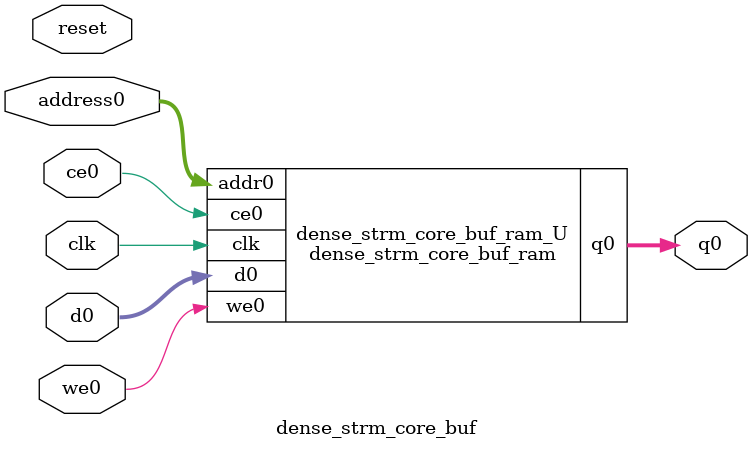
<source format=v>
`timescale 1 ns / 1 ps
module dense_strm_core_buf_ram (addr0, ce0, d0, we0, q0,  clk);

parameter DWIDTH = 8;
parameter AWIDTH = 10;
parameter MEM_SIZE = 784;

input[AWIDTH-1:0] addr0;
input ce0;
input[DWIDTH-1:0] d0;
input we0;
output reg[DWIDTH-1:0] q0;
input clk;

(* ram_style = "block" *)reg [DWIDTH-1:0] ram[0:MEM_SIZE-1];




always @(posedge clk)  
begin 
    if (ce0) begin
        if (we0) 
            ram[addr0] <= d0; 
        q0 <= ram[addr0];
    end
end


endmodule

`timescale 1 ns / 1 ps
module dense_strm_core_buf(
    reset,
    clk,
    address0,
    ce0,
    we0,
    d0,
    q0);

parameter DataWidth = 32'd8;
parameter AddressRange = 32'd784;
parameter AddressWidth = 32'd10;
input reset;
input clk;
input[AddressWidth - 1:0] address0;
input ce0;
input we0;
input[DataWidth - 1:0] d0;
output[DataWidth - 1:0] q0;



dense_strm_core_buf_ram dense_strm_core_buf_ram_U(
    .clk( clk ),
    .addr0( address0 ),
    .ce0( ce0 ),
    .we0( we0 ),
    .d0( d0 ),
    .q0( q0 ));

endmodule


</source>
